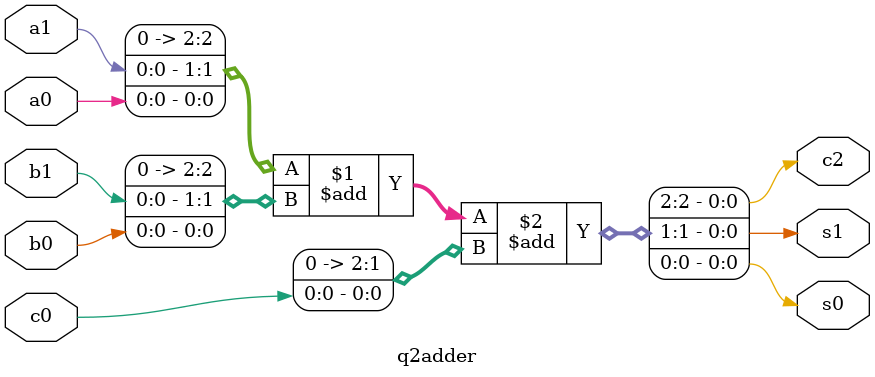
<source format=sv>
`timescale 1ns/1ns
module q2adder (input a1,a0,b1,b0,c0, output c2,s1,s0);
	assign #89 {c2,s1,s0}={a1,a0}+{b1,b0}+{c0};
endmodule

</source>
